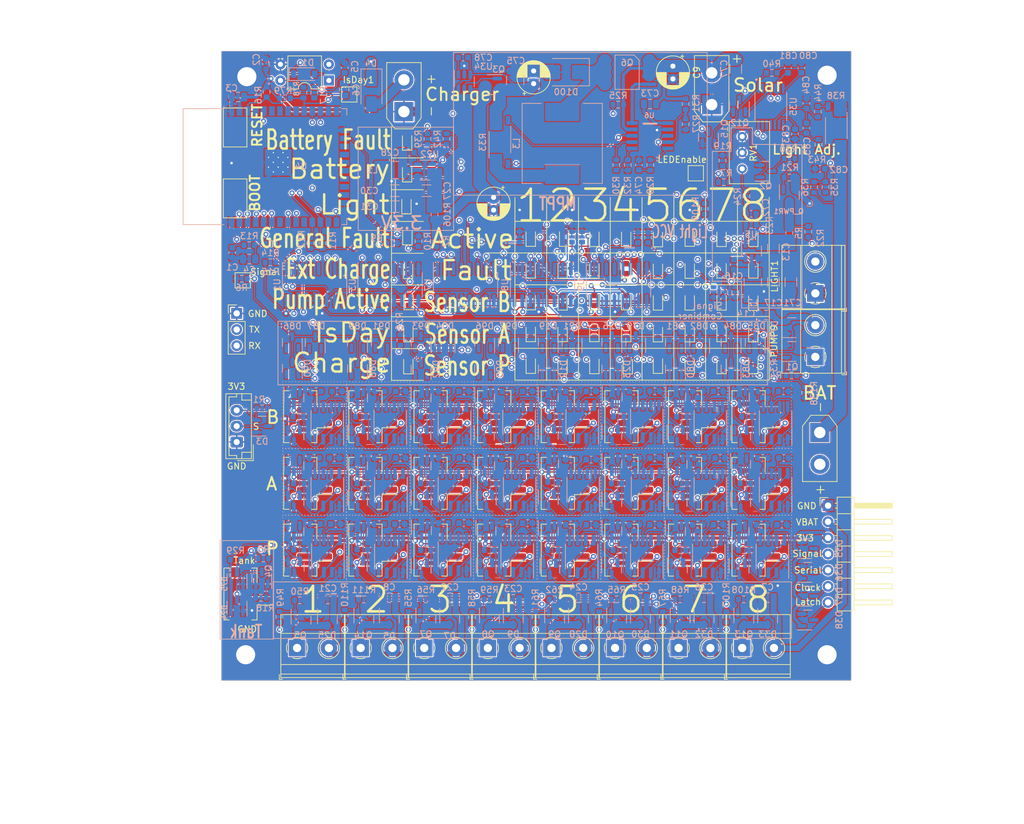
<source format=kicad_pcb>
(kicad_pcb (version 20221018) (generator pcbnew)

  (general
    (thickness 1.6)
  )

  (paper "A4")
  (layers
    (0 "F.Cu" signal)
    (1 "In1.Cu" signal)
    (2 "In2.Cu" signal)
    (31 "B.Cu" signal)
    (32 "B.Adhes" user "B.Adhesive")
    (33 "F.Adhes" user "F.Adhesive")
    (34 "B.Paste" user)
    (35 "F.Paste" user)
    (36 "B.SilkS" user "B.Silkscreen")
    (37 "F.SilkS" user "F.Silkscreen")
    (38 "B.Mask" user)
    (39 "F.Mask" user)
    (40 "Dwgs.User" user "User.Drawings")
    (41 "Cmts.User" user "User.Comments")
    (42 "Eco1.User" user "User.Eco1")
    (43 "Eco2.User" user "User.Eco2")
    (44 "Edge.Cuts" user)
    (45 "Margin" user)
    (46 "B.CrtYd" user "B.Courtyard")
    (47 "F.CrtYd" user "F.Courtyard")
    (48 "B.Fab" user)
    (49 "F.Fab" user)
  )

  (setup
    (stackup
      (layer "F.SilkS" (type "Top Silk Screen"))
      (layer "F.Paste" (type "Top Solder Paste"))
      (layer "F.Mask" (type "Top Solder Mask") (thickness 0.01))
      (layer "F.Cu" (type "copper") (thickness 0.035))
      (layer "dielectric 1" (type "prepreg") (thickness 0.1) (material "FR4") (epsilon_r 4.5) (loss_tangent 0.02))
      (layer "In1.Cu" (type "copper") (thickness 0.035))
      (layer "dielectric 2" (type "core") (thickness 1.24) (material "FR4") (epsilon_r 4.5) (loss_tangent 0.02))
      (layer "In2.Cu" (type "copper") (thickness 0.035))
      (layer "dielectric 3" (type "prepreg") (thickness 0.1) (material "FR4") (epsilon_r 4.5) (loss_tangent 0.02))
      (layer "B.Cu" (type "copper") (thickness 0.035))
      (layer "B.Mask" (type "Bottom Solder Mask") (thickness 0.01))
      (layer "B.Paste" (type "Bottom Solder Paste"))
      (layer "B.SilkS" (type "Bottom Silk Screen"))
      (copper_finish "HAL lead-free")
      (dielectric_constraints no)
    )
    (pad_to_mask_clearance 0.05)
    (solder_mask_min_width 0.2)
    (aux_axis_origin 68.58 26.67)
    (grid_origin 68.58 26.67)
    (pcbplotparams
      (layerselection 0x003ffff_ffffffff)
      (plot_on_all_layers_selection 0x0000000_00000000)
      (disableapertmacros false)
      (usegerberextensions false)
      (usegerberattributes false)
      (usegerberadvancedattributes false)
      (creategerberjobfile false)
      (dashed_line_dash_ratio 12.000000)
      (dashed_line_gap_ratio 3.000000)
      (svgprecision 4)
      (plotframeref false)
      (viasonmask false)
      (mode 1)
      (useauxorigin false)
      (hpglpennumber 1)
      (hpglpenspeed 20)
      (hpglpendiameter 15.000000)
      (dxfpolygonmode true)
      (dxfimperialunits true)
      (dxfusepcbnewfont true)
      (psnegative false)
      (psa4output false)
      (plotreference true)
      (plotvalue true)
      (plotinvisibletext false)
      (sketchpadsonfab false)
      (subtractmaskfromsilk false)
      (outputformat 1)
      (mirror false)
      (drillshape 0)
      (scaleselection 1)
      (outputdirectory "gerber/")
    )
  )

  (net 0 "")
  (net 1 "Net-(U4-IO0)")
  (net 2 "Net-(U4-EN)")
  (net 3 "VBAT")
  (net 4 "GND")
  (net 5 "Net-(S_A_1-Pin_1)")
  (net 6 "Net-(U10-CV)")
  (net 7 "Net-(D2-A)")
  (net 8 "Net-(D12-A)")
  (net 9 "unconnected-(D12-K-Pad2)")
  (net 10 "3_3V")
  (net 11 "Temp")
  (net 12 "unconnected-(D19-K-Pad2)")
  (net 13 "Net-(S_B_1-Pin_1)")
  (net 14 "Net-(D21-A)")
  (net 15 "Net-(U22-BST)")
  (net 16 "Net-(PUMP2-Pin_1)")
  (net 17 "PUMP_ENABLE")
  (net 18 "TANK_SENSOR")
  (net 19 "Net-(PUMP3-Pin_1)")
  (net 20 "Net-(PUMP4-Pin_1)")
  (net 21 "Net-(PUMP1-Pin_1)")
  (net 22 "Net-(PUMP5-Pin_1)")
  (net 23 "Net-(PUMP6-Pin_1)")
  (net 24 "Net-(PUMP7-Pin_1)")
  (net 25 "Net-(PUMP8-Pin_1)")
  (net 26 "SerialOut")
  (net 27 "Clock")
  (net 28 "Latch")
  (net 29 "Net-(Q1-G)")
  (net 30 "unconnected-(D21-K-Pad2)")
  (net 31 "ESP_RX")
  (net 32 "ESP_TX")
  (net 33 "Net-(Boot1-Pad2)")
  (net 34 "SDA")
  (net 35 "SCL")
  (net 36 "unconnected-(D23-K-Pad2)")
  (net 37 "Net-(D26-A)")
  (net 38 "Net-(D10-K)")
  (net 39 "Net-(Q5-G)")
  (net 40 "unconnected-(D26-K-Pad2)")
  (net 41 "Net-(Q7-G)")
  (net 42 "Net-(Q8-G)")
  (net 43 "Net-(Q9-G)")
  (net 44 "Net-(Q10-G)")
  (net 45 "Net-(Q11-G)")
  (net 46 "Net-(Q4-G)")
  (net 47 "Net-(Q13-G)")
  (net 48 "Net-(Q14-G)")
  (net 49 "Net-(D78-A)")
  (net 50 "CentralPump")
  (net 51 "Net-(D79-A)")
  (net 52 "Net-(C5-Pad2)")
  (net 53 "unconnected-(D79-K-Pad2)")
  (net 54 "Net-(U11-CV)")
  (net 55 "Net-(D19-A)")
  (net 56 "PUMP1")
  (net 57 "Net-(D23-A)")
  (net 58 "PUMP3")
  (net 59 "Net-(D80-A)")
  (net 60 "Net-(R14-Pad2)")
  (net 61 "PUMP4")
  (net 62 "PUMP5")
  (net 63 "PUMP6")
  (net 64 "PUMP7")
  (net 65 "PUMP8")
  (net 66 "PUMP2")
  (net 67 "unconnected-(U4-SENSOR_VP-Pad4)")
  (net 68 "unconnected-(U4-IO34-Pad6)")
  (net 69 "unconnected-(U4-IO35-Pad7)")
  (net 70 "unconnected-(U4-IO32-Pad8)")
  (net 71 "unconnected-(U4-IO33-Pad9)")
  (net 72 "unconnected-(U4-IO14-Pad13)")
  (net 73 "unconnected-(U4-IO12-Pad14)")
  (net 74 "unconnected-(D80-K-Pad2)")
  (net 75 "unconnected-(U4-SHD{slash}SD2-Pad17)")
  (net 76 "unconnected-(U4-SWP{slash}SD3-Pad18)")
  (net 77 "unconnected-(U4-SCS{slash}CMD-Pad19)")
  (net 78 "unconnected-(U4-SCK{slash}CLK-Pad20)")
  (net 79 "unconnected-(U4-SDO{slash}SD0-Pad21)")
  (net 80 "unconnected-(U4-SDI{slash}SD1-Pad22)")
  (net 81 "unconnected-(U4-IO15-Pad23)")
  (net 82 "unconnected-(U4-IO5-Pad29)")
  (net 83 "SIGNAL")
  (net 84 "SerialIn")
  (net 85 "unconnected-(U4-NC-Pad32)")
  (net 86 "SENSOR1_PUMP_END")
  (net 87 "SENSOR1_A")
  (net 88 "SENSOR1_B")
  (net 89 "SENSOR2_PUMP_END")
  (net 90 "SENSOR2_A")
  (net 91 "SENSOR2_B")
  (net 92 "SENSOR3_PUMP_END")
  (net 93 "SENSOR3_A")
  (net 94 "SENSOR3_B")
  (net 95 "SENSOR4_PUMP_END")
  (net 96 "SENSOR4_A")
  (net 97 "SENSOR4_B")
  (net 98 "SENSOR5_PUMP_END")
  (net 99 "SENSOR5_A")
  (net 100 "SENSOR5_B")
  (net 101 "SENSOR6_PUMP_END")
  (net 102 "SENSOR6_A")
  (net 103 "SENSOR6_B")
  (net 104 "SENSOR7_PUMP_END")
  (net 105 "SENSOR7_A")
  (net 106 "SENSOR7_B")
  (net 107 "SENSOR8_PUMP_END")
  (net 108 "SENSOR8_A")
  (net 109 "SENSOR8_B")
  (net 110 "Net-(D11-A)")
  (net 111 "Net-(D10-A)")
  (net 112 "Net-(D2-K)")
  (net 113 "Net-(S_P_2-Pin_1)")
  (net 114 "Net-(U12-CV)")
  (net 115 "Net-(S_A_2-Pin_1)")
  (net 116 "Net-(U13-CV)")
  (net 117 "Net-(U2-CV)")
  (net 118 "Net-(S_B_2-Pin_1)")
  (net 119 "Net-(U14-CV)")
  (net 120 "Net-(S_P_3-Pin_1)")
  (net 121 "Net-(U15-CV)")
  (net 122 "Net-(S_A_3-Pin_1)")
  (net 123 "Net-(U16-CV)")
  (net 124 "Net-(S_B_3-Pin_1)")
  (net 125 "Net-(U17-CV)")
  (net 126 "Net-(S_P_4-Pin_1)")
  (net 127 "Net-(U18-CV)")
  (net 128 "Net-(S_A_4-Pin_1)")
  (net 129 "Net-(U19-CV)")
  (net 130 "Net-(S_B_4-Pin_1)")
  (net 131 "Net-(U20-CV)")
  (net 132 "Net-(S_P_5-Pin_1)")
  (net 133 "Net-(U21-CV)")
  (net 134 "Net-(S_A_5-Pin_1)")
  (net 135 "Net-(U23-CV)")
  (net 136 "Net-(P_FAULT1-K)")
  (net 137 "Net-(P_FAULT2-K)")
  (net 138 "Net-(P_FAULT3-K)")
  (net 139 "Net-(P_FAULT4-K)")
  (net 140 "Net-(P_FAULT5-K)")
  (net 141 "Net-(P_FAULT6-K)")
  (net 142 "Net-(P_FAULT7-K)")
  (net 143 "Net-(P_FAULT8-K)")
  (net 144 "Net-(S_B_5-Pin_1)")
  (net 145 "Net-(U24-CV)")
  (net 146 "Net-(S_P_6-Pin_1)")
  (net 147 "Net-(U25-CV)")
  (net 148 "Net-(S_A_6-Pin_1)")
  (net 149 "Net-(U26-CV)")
  (net 150 "Net-(S_B_6-Pin_1)")
  (net 151 "Net-(U27-CV)")
  (net 152 "Net-(S_P_7-Pin_1)")
  (net 153 "Net-(U28-CV)")
  (net 154 "Net-(S_A_7-Pin_1)")
  (net 155 "Net-(U29-CV)")
  (net 156 "Net-(S_B_7-Pin_1)")
  (net 157 "Net-(U30-CV)")
  (net 158 "Net-(S_P_8-Pin_1)")
  (net 159 "Net-(U31-CV)")
  (net 160 "Net-(S_A_8-Pin_1)")
  (net 161 "Net-(U32-CV)")
  (net 162 "Net-(S_B_8-Pin_1)")
  (net 163 "Net-(U33-CV)")
  (net 164 "Net-(S_P_1-Pin_1)")
  (net 165 "Net-(S_P_1-Pin_2)")
  (net 166 "Net-(S_A_1-Pin_2)")
  (net 167 "Net-(S_B_1-Pin_2)")
  (net 168 "Net-(S_P_2-Pin_2)")
  (net 169 "Net-(S_A_2-Pin_2)")
  (net 170 "Net-(S_B_2-Pin_2)")
  (net 171 "Net-(S_P_3-Pin_2)")
  (net 172 "Net-(S_A_3-Pin_2)")
  (net 173 "Net-(S_B_3-Pin_2)")
  (net 174 "Net-(S_P_4-Pin_2)")
  (net 175 "Net-(S_A_4-Pin_2)")
  (net 176 "Net-(S_B_4-Pin_2)")
  (net 177 "Net-(S_P_5-Pin_2)")
  (net 178 "Net-(S_A_5-Pin_2)")
  (net 179 "Net-(S_B_5-Pin_2)")
  (net 180 "Net-(S_P_6-Pin_2)")
  (net 181 "Net-(S_A_6-Pin_2)")
  (net 182 "Net-(S_B_6-Pin_2)")
  (net 183 "Net-(S_P_7-Pin_2)")
  (net 184 "Net-(S_A_7-Pin_2)")
  (net 185 "Net-(S_B_7-Pin_2)")
  (net 186 "Net-(S_P_8-Pin_2)")
  (net 187 "Net-(S_A_8-Pin_2)")
  (net 188 "Net-(S_B_8-Pin_2)")
  (net 189 "Net-(D81-A)")
  (net 190 "unconnected-(D81-K-Pad2)")
  (net 191 "Net-(D82-A)")
  (net 192 "unconnected-(D82-K-Pad2)")
  (net 193 "Net-(D83-A)")
  (net 194 "unconnected-(D83-K-Pad2)")
  (net 195 "Net-(D84-A)")
  (net 196 "unconnected-(D84-K-Pad2)")
  (net 197 "Net-(D85-A)")
  (net 198 "unconnected-(D85-K-Pad2)")
  (net 199 "Net-(D86-A)")
  (net 200 "unconnected-(D86-K-Pad2)")
  (net 201 "Net-(D87-A)")
  (net 202 "unconnected-(D87-K-Pad2)")
  (net 203 "Net-(D88-A)")
  (net 204 "unconnected-(D88-K-Pad2)")
  (net 205 "Net-(D89-A)")
  (net 206 "unconnected-(D89-K-Pad2)")
  (net 207 "Net-(D90-A)")
  (net 208 "unconnected-(D90-K-Pad2)")
  (net 209 "Net-(D91-A)")
  (net 210 "unconnected-(D91-K-Pad2)")
  (net 211 "Net-(D92-A)")
  (net 212 "unconnected-(D92-K-Pad2)")
  (net 213 "unconnected-(U2-DIS-Pad7)")
  (net 214 "unconnected-(U10-DIS-Pad7)")
  (net 215 "unconnected-(U11-DIS-Pad7)")
  (net 216 "unconnected-(U12-DIS-Pad7)")
  (net 217 "unconnected-(U13-DIS-Pad7)")
  (net 218 "unconnected-(U14-DIS-Pad7)")
  (net 219 "unconnected-(U15-DIS-Pad7)")
  (net 220 "unconnected-(U16-DIS-Pad7)")
  (net 221 "unconnected-(U17-DIS-Pad7)")
  (net 222 "unconnected-(U18-DIS-Pad7)")
  (net 223 "unconnected-(U19-DIS-Pad7)")
  (net 224 "unconnected-(U20-DIS-Pad7)")
  (net 225 "unconnected-(U21-DIS-Pad7)")
  (net 226 "unconnected-(U23-DIS-Pad7)")
  (net 227 "unconnected-(U24-DIS-Pad7)")
  (net 228 "unconnected-(U25-DIS-Pad7)")
  (net 229 "unconnected-(U26-DIS-Pad7)")
  (net 230 "unconnected-(U27-DIS-Pad7)")
  (net 231 "unconnected-(U28-DIS-Pad7)")
  (net 232 "unconnected-(U29-DIS-Pad7)")
  (net 233 "unconnected-(U30-DIS-Pad7)")
  (net 234 "unconnected-(U31-DIS-Pad7)")
  (net 235 "unconnected-(U32-DIS-Pad7)")
  (net 236 "unconnected-(U33-DIS-Pad7)")
  (net 237 "IsDay")
  (net 238 "Net-(R78-Pad2)")
  (net 239 "S_VIN")
  (net 240 "Net-(D93-A)")
  (net 241 "unconnected-(D93-K-Pad2)")
  (net 242 "Net-(D94-A)")
  (net 243 "unconnected-(D94-K-Pad2)")
  (net 244 "Net-(D95-A)")
  (net 245 "unconnected-(D95-K-Pad2)")
  (net 246 "Net-(D96-A)")
  (net 247 "unconnected-(D96-K-Pad2)")
  (net 248 "Net-(D97-A)")
  (net 249 "unconnected-(D97-K-Pad2)")
  (net 250 "Net-(P_FAULT1-A)")
  (net 251 "Net-(P_FAULT2-A)")
  (net 252 "Net-(P_FAULT3-A)")
  (net 253 "Net-(P_FAULT4-A)")
  (net 254 "Net-(P_FAULT5-A)")
  (net 255 "Net-(P_FAULT6-A)")
  (net 256 "Net-(P_FAULT7-A)")
  (net 257 "Net-(P_FAULT8-A)")
  (net 258 "5K_VBAT")
  (net 259 "1K_GND")
  (net 260 "Net-(U1-QH')")
  (net 261 "unconnected-(U1-~{SRCLR}-Pad10)")
  (net 262 "Net-(U3-QH')")
  (net 263 "unconnected-(U3-~{SRCLR}-Pad10)")
  (net 264 "Net-(U7-QH')")
  (net 265 "unconnected-(U7-~{SRCLR}-Pad10)")
  (net 266 "Net-(U8-QH')")
  (net 267 "unconnected-(U8-~{SRCLR}-Pad10)")
  (net 268 "unconnected-(U9-~{SRCLR}-Pad10)")
  (net 269 "/Light_In")
  (net 270 "Net-(U5-BST)")
  (net 271 "Net-(Q2-G)")
  (net 272 "Net-(Q2-D)")
  (net 273 "Net-(Q_PWR1-G)")
  (net 274 "Net-(Q_PWR1-D)")
  (net 275 "LED_ENABLE")
  (net 276 "Net-(I2C3-A)")
  (net 277 "Net-(R24-Pad2)")
  (net 278 "Net-(U5-FB)")
  (net 279 "/Light+")
  (net 280 "Net-(U6-VG)")
  (net 281 "Net-(C74-Pad1)")
  (net 282 "Net-(D1-A)")
  (net 283 "Net-(D98-K)")
  (net 284 "Net-(D98-A)")
  (net 285 "Net-(D100-K)")
  (net 286 "Net-(L3-Pad2)")
  (net 287 "Net-(Q6-G)")
  (net 288 "Net-(U6-MPPT)")
  (net 289 "Net-(U6-COM)")
  (net 290 "Net-(U6-BAT)")
  (net 291 "Net-(U6-FB)")
  (net 292 "Net-(U6-CSP)")
  (net 293 "/3_3IN")
  (net 294 "/Light_cool")
  (net 295 "/3_3V_cool")
  (net 296 "Net-(R26-Pad2)")
  (net 297 "Net-(Q3-S)")
  (net 298 "Net-(U34-VCAP)")
  (net 299 "Net-(Q3-G)")
  (net 300 "Net-(J3-Pin_1)")
  (net 301 "ENABLE_TANK")
  (net 302 "Net-(battery1-Pin_1)")
  (net 303 "Net-(U35-BAT)")
  (net 304 "Net-(U35-SRP)")
  (net 305 "Net-(U35-SRN)")
  (net 306 "Net-(D76-K)")
  (net 307 "Net-(D76-A)")
  (net 308 "Net-(D13-K)")
  (net 309 "Net-(D13-A)")
  (net 310 "Net-(R38-Pad2)")
  (net 311 "Net-(R38-Pad3)")
  (net 312 "BAT_LED")
  (net 313 "BAT_ALERT")
  (net 314 "unconnected-(U35-VEN-Pad2)")
  (net 315 "unconnected-(U35-P6{slash}TS-Pad11)")
  (net 316 "unconnected-(U35-P5{slash}HDQ-Pad12)")
  (net 317 "REG25")

  (footprint "Button_Switch_SMD:SW_SPST_CK_RS282G05A3" (layer "F.Cu") (at 172.33 52.67 90))

  (footprint "LED_SMD:LED_0603_1608Metric" (layer "F.Cu") (at 228.83 84.8825 90))

  (footprint "LED_SMD:LED_0603_1608Metric" (layer "F.Cu") (at 233.83 79.8825 90))

  (footprint "Connector_AMASS:AMASS_XT30UPB-M_1x02_P5.0mm_Vertical" (layer "F.Cu") (at 247.28 49.07 90))

  (footprint "LED_SMD:LED_0603_1608Metric" (layer "F.Cu") (at 199.53 74.9575 90))

  (footprint "Button_Switch_SMD:SW_SPST_CK_RS282G05A3" (layer "F.Cu") (at 172.33 63.82 -90))

  (footprint "LED_SMD:LED_0603_1608Metric" (layer "F.Cu") (at 218.83 74.8825 90))

  (footprint "Connector_JST:JST_PH_B2B-PH-SM4-TB_1x02-1MP_P2.00mm_Vertical" (layer "F.Cu") (at 224.83 119.17 90))

  (footprint "LED_SMD:LED_0603_1608Metric" (layer "F.Cu") (at 228.83 74.92 90))

  (footprint "Connector_JST:JST_PH_B2B-PH-SM4-TB_1x02-1MP_P2.00mm_Vertical" (layer "F.Cu") (at 244.83 98.17 90))

  (footprint "LED_SMD:LED_0603_1608Metric" (layer "F.Cu") (at 218.83 79.8825 90))

  (footprint "Connector_AMASS:AMASS_XT30UPB-F_1x02_P5.0mm_Vertical" (layer "F.Cu") (at 264.28 100.67 -90))

  (footprint "LED_SMD:LED_0603_1608Metric" (layer "F.Cu") (at 223.83 79.92 90))

  (footprint "Connector_JST:JST_PH_B2B-PH-SM4-TB_1x02-1MP_P2.00mm_Vertical" (layer "F.Cu") (at 254.83 108.67 90))

  (footprint "TerminalBlock_Phoenix:TerminalBlock_Phoenix_MKDS-1,5-2_1x02_P5.00mm_Horizontal" (layer "F.Cu") (at 232.08 134.575))

  (footprint "TerminalBlock_Phoenix:TerminalBlock_Phoenix_MKDS-1,5-2_1x02_P5.00mm_Horizontal" (layer "F.Cu") (at 242.08 134.575))

  (footprint "TerminalBlock_Phoenix:TerminalBlock_Phoenix_MKDS-1,5-2_1x02_P5.00mm_Horizontal" (layer "F.Cu") (at 263.58 88.77 90))

  (footprint "Connector_JST:JST_PH_B2B-PH-SM4-TB_1x02-1MP_P2.00mm_Vertical" (layer "F.Cu") (at 194.58 98.17 90))

  (footprint "Package_DIP:DIP-4_W7.62mm" (layer "F.Cu") (at 187.08 45.27 180))

  (footprint "Connector_JST:JST_EH_B3B-EH-A_1x03_P2.50mm_Vertical" (layer "F.Cu") (at 172.58 102.17 90))

  (footprint "LED_SMD:LED_0603_1608Metric" (layer "F.Cu") (at 238.83 84.92 90))

  (footprint "LED_SMD:LED_0603_1608Metric" (layer "F.Cu") (at 199.43 69.6575 90))

  (footprint "Connector_PinHeader_2.54mm:PinHeader_1x07_P2.54mm_Horizontal" (layer "F.Cu") (at 265.58 112.17))

  (footprint "LED_SMD:LED_0603_1608Metric" (layer "F.Cu") (at 243.83 69.8825 90))

  (footprint "Connector_JST:JST_PH_B2B-PH-SM4-TB_1x02-1MP_P2.00mm_Vertical" (layer "F.Cu") (at 244.83 119.17 90))

  (footprint "LED_SMD:LED_0603_1608Metric" (layer "F.Cu") (at 233.83 74.8825 90))

  (footprint "LED_SMD:LED_0603_1608Metric" (layer "F.Cu") (at 233.83 84.92 90))

  (footprint "LED_SMD:LED_0603_1608Metric" (layer "F.Cu") (at 243.83 74.92 90))

  (footprint "Connector_JST:JST_PH_B2B-PH-SM4-TB_1x02-1MP_P2.00mm_Vertical" (layer "F.Cu") (at 224.83 108.67 90))

  (footprint "LED_SMD:LED_0603_1608Metric" (layer "F.Cu") (at 218.83 84.8825 90))

  (footprint "TerminalBlock_Phoenix:TerminalBlock_Phoenix_MKDS-1,5-2_1x02_P5.00mm_Horizontal" (layer "F.Cu") (at 222.08 134.575))

  (footprint "LED_SMD:LED_0603_1608Metric" (layer "F.Cu") (at 224.08 69.8825 90))

  (footprint "LED_SMD:LED_0603_1608Metric" (layer "F.Cu") (at 199.38 59.7575 90))

  (footprint "Connector_JST:JST_PH_B2B-PH-SM4-TB_1x02-1MP_P2.00mm_Vertical" (layer "F.Cu") (at 184.33 119.17 90))

  (footprint "LED_SMD:LED_0603_1608Metric" (layer "F.Cu")
    (tstamp 53afbb56-eb48-4e8e-824e-95ff8f787ff1)
    (at 218.83 89.8825 90)
    (descr "LED SMD 0603 (1608 Metric), square (rectangular) end terminal, IPC_7351 nominal, (Body size source: http://www.tortai-tech.com/upload/download/2011102023233369053.pdf), generated with kicad-footprint-generator")
    (tags "LED")
    (property "Sheetfile" "PlantCtrlESP32.kicad_sch")
    (property "Sheetname" "")
    (property "ki_description" "Light emitting diode")
    (property "ki_keywords" "LED diode")
    (path "/10b68fa0-05e2-4e24-abf6-d287cbe1dc7f")
    (attr smd)
    (fp_text reference "SD1" (at 0 -1.43 90) (layer "F.SilkS") hide
        (effects (font (size 1 1) (thickness 0.15)))
      (tstamp bc4c86af-c35d-4800-8ffa-7574ef172302)
    )
    (fp_text value "GREEN" (at 0 1.43 90) (layer "F.Fab")
        (effects (font (size 1 1) (thickness 0.15)))
      (tstamp 546b77b0-12ca-4c74-b51e-3a0dacbd36bb)
    )
    (fp_text user "${REFERENCE}" (at 0 0 90) (layer "F.Fab")
        (effects (font (size 0.4 0.4) (thickness 0.06)))
      (tstamp f8e66a2d-eb87-43d0-bcef-f5e1d9c57552)
    )
    (fp_line (start -1.485 -0.735) (end -1.485 0.735)
      (stroke (width 0.12) (type solid)) (layer "F.SilkS") (tstamp fcf5d256-5fc4-4910-95a0-26ddf71e29bc))
    (fp_line (start -1.485 0.735) (end 0.8 0.735)
      (stroke (width 0.12) (type solid)) (layer "F.SilkS") (tstamp 016c6227-6e25-40fa-9b73-33ce67197d74))
    (fp_line (start 0.8 -0.735) (end -1.485 -0.735)
      (stroke (width 0.12) (type solid)) (layer "F.SilkS") (tstamp 01eee95e-b70f-47ec-93fa-4c13ae6ce97d))
    (fp_line (start -1.48 -0.73) (end 1.48 -0.73)
      (stroke (width 0.05) (type solid)) (layer "F.CrtYd") (tstamp 26246e52-338d-4622-a7b5-dc95b94896db))
    (fp_line (start -1.48 0.73) (end -1.48 -0.73)
      (stroke (width 0.05) (type solid)) (layer "F.CrtYd") (tstamp 464628bf-fea2-4820-8399-30bead8f317f))
    (fp_line (start 1.48 -0.73) (end 1.48 0.73)
      (stroke (width 0.05) (type solid)) (layer "F.CrtYd") (tstamp dd370c22-074a-4476-8487-1ade367f
... [6075615 chars truncated]
</source>
